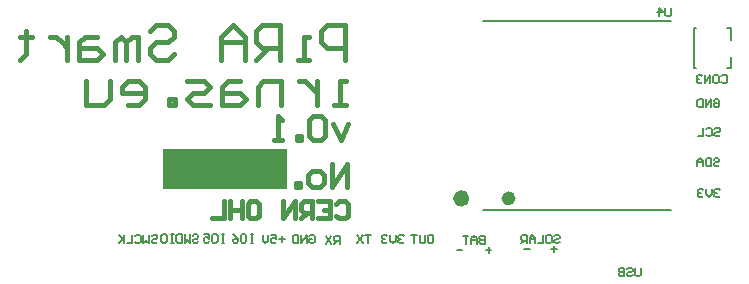
<source format=gbo>
G04 Layer_Color=32896*
%FSAX25Y25*%
%MOIN*%
G70*
G01*
G75*
%ADD46C,0.02756*%
%ADD51C,0.02362*%
%ADD65C,0.00787*%
%ADD67C,0.00591*%
%ADD112C,0.01575*%
%ADD113R,0.41339X0.13583*%
D46*
X0265711Y0139697D02*
G03*
X0265711Y0139697I-0001419J0000000D01*
G01*
D51*
X0281221D02*
G03*
X0281221Y0139697I-0001181J0000000D01*
G01*
D65*
X0354055Y0183004D02*
Y0186941D01*
X0352874Y0183004D02*
X0354055D01*
X0352874Y0196390D02*
X0354055D01*
Y0192453D02*
Y0196390D01*
X0341850Y0183004D02*
X0342638D01*
X0341850D02*
Y0196390D01*
X0342638D01*
X0271378Y0135760D02*
X0334370D01*
X0271378Y0198752D02*
X0334370Y0198752D01*
X0334173Y0203279D02*
Y0200983D01*
X0333714Y0200524D01*
X0332796D01*
X0332337Y0200983D01*
Y0203279D01*
X0330041Y0200524D02*
Y0203279D01*
X0331418Y0201901D01*
X0329581D01*
X0351037Y0180378D02*
X0351497Y0180838D01*
X0352415D01*
X0352874Y0180378D01*
Y0178542D01*
X0352415Y0178083D01*
X0351497D01*
X0351037Y0178542D01*
X0348742Y0180838D02*
X0349660D01*
X0350119Y0180378D01*
Y0178542D01*
X0349660Y0178083D01*
X0348742D01*
X0348282Y0178542D01*
Y0180378D01*
X0348742Y0180838D01*
X0347364Y0178083D02*
Y0180838D01*
X0345527Y0178083D01*
Y0180838D01*
X0344609Y0180378D02*
X0344150Y0180838D01*
X0343231D01*
X0342772Y0180378D01*
Y0179919D01*
X0343231Y0179460D01*
X0343691D01*
X0343231D01*
X0342772Y0179001D01*
Y0178542D01*
X0343231Y0178083D01*
X0344150D01*
X0344609Y0178542D01*
D67*
X0348478Y0172308D02*
X0348938Y0172767D01*
X0349856D01*
X0350315Y0172308D01*
Y0170471D01*
X0349856Y0170012D01*
X0348938D01*
X0348478Y0170471D01*
Y0171389D01*
X0349397D01*
X0347560Y0170012D02*
Y0172767D01*
X0345723Y0170012D01*
Y0172767D01*
X0344805D02*
Y0170012D01*
X0343427D01*
X0342968Y0170471D01*
Y0172308D01*
X0343427Y0172767D01*
X0344805D01*
X0348675Y0162662D02*
X0349134Y0163121D01*
X0350053D01*
X0350512Y0162662D01*
Y0162203D01*
X0350053Y0161744D01*
X0349134D01*
X0348675Y0161284D01*
Y0160825D01*
X0349134Y0160366D01*
X0350053D01*
X0350512Y0160825D01*
X0345920Y0162662D02*
X0346379Y0163121D01*
X0347298D01*
X0347757Y0162662D01*
Y0160825D01*
X0347298Y0160366D01*
X0346379D01*
X0345920Y0160825D01*
X0345002Y0163121D02*
Y0160366D01*
X0343165D01*
X0348478Y0152623D02*
X0348938Y0153082D01*
X0349856D01*
X0350315Y0152623D01*
Y0152163D01*
X0349856Y0151704D01*
X0348938D01*
X0348478Y0151245D01*
Y0150786D01*
X0348938Y0150327D01*
X0349856D01*
X0350315Y0150786D01*
X0347560Y0153082D02*
Y0150327D01*
X0346182D01*
X0345723Y0150786D01*
Y0152623D01*
X0346182Y0153082D01*
X0347560D01*
X0344805Y0150327D02*
Y0152163D01*
X0343887Y0153082D01*
X0342968Y0152163D01*
Y0150327D01*
Y0151704D01*
X0344805D01*
X0350512Y0142386D02*
X0350053Y0142846D01*
X0349134D01*
X0348675Y0142386D01*
Y0141927D01*
X0349134Y0141468D01*
X0349593D01*
X0349134D01*
X0348675Y0141009D01*
Y0140550D01*
X0349134Y0140091D01*
X0350053D01*
X0350512Y0140550D01*
X0347757Y0142846D02*
Y0141009D01*
X0346838Y0140091D01*
X0345920Y0141009D01*
Y0142846D01*
X0345002Y0142386D02*
X0344543Y0142846D01*
X0343624D01*
X0343165Y0142386D01*
Y0141927D01*
X0343624Y0141468D01*
X0344083D01*
X0343624D01*
X0343165Y0141009D01*
Y0140550D01*
X0343624Y0140091D01*
X0344543D01*
X0345002Y0140550D01*
X0324134Y0116468D02*
Y0114172D01*
X0323675Y0113713D01*
X0322756D01*
X0322297Y0114172D01*
Y0116468D01*
X0319542Y0116008D02*
X0320001Y0116468D01*
X0320920D01*
X0321379Y0116008D01*
Y0115549D01*
X0320920Y0115090D01*
X0320001D01*
X0319542Y0114631D01*
Y0114172D01*
X0320001Y0113713D01*
X0320920D01*
X0321379Y0114172D01*
X0318624Y0116468D02*
Y0113713D01*
X0317246D01*
X0316787Y0114172D01*
Y0114631D01*
X0317246Y0115090D01*
X0318624D01*
X0317246D01*
X0316787Y0115549D01*
Y0116008D01*
X0317246Y0116468D01*
X0318624D01*
X0295329Y0127032D02*
X0295788Y0127491D01*
X0296706D01*
X0297165Y0127032D01*
Y0126573D01*
X0296706Y0126114D01*
X0295788D01*
X0295329Y0125655D01*
Y0125195D01*
X0295788Y0124736D01*
X0296706D01*
X0297165Y0125195D01*
X0293033Y0127491D02*
X0293951D01*
X0294410Y0127032D01*
Y0125195D01*
X0293951Y0124736D01*
X0293033D01*
X0292574Y0125195D01*
Y0127032D01*
X0293033Y0127491D01*
X0291655D02*
Y0124736D01*
X0289819D01*
X0288900D02*
Y0126573D01*
X0287982Y0127491D01*
X0287064Y0126573D01*
Y0124736D01*
Y0126114D01*
X0288900D01*
X0286145Y0124736D02*
Y0127491D01*
X0284768D01*
X0284309Y0127032D01*
Y0126114D01*
X0284768Y0125655D01*
X0286145D01*
X0285227D02*
X0284309Y0124736D01*
X0272165Y0127294D02*
Y0124539D01*
X0270788D01*
X0270329Y0124999D01*
Y0125458D01*
X0270788Y0125917D01*
X0272165D01*
X0270788D01*
X0270329Y0126376D01*
Y0126835D01*
X0270788Y0127294D01*
X0272165D01*
X0269410Y0124539D02*
Y0126376D01*
X0268492Y0127294D01*
X0267574Y0126376D01*
Y0124539D01*
Y0125917D01*
X0269410D01*
X0266655Y0127294D02*
X0264819D01*
X0265737D01*
Y0124539D01*
X0287126Y0122767D02*
X0285289D01*
X0296181D02*
X0294344D01*
X0295263Y0123686D02*
Y0121849D01*
X0264685Y0122570D02*
X0262848D01*
X0274331D02*
X0272494D01*
X0273412Y0123489D02*
Y0121652D01*
X0253662Y0127491D02*
X0254580D01*
X0255039Y0127032D01*
Y0125195D01*
X0254580Y0124736D01*
X0253662D01*
X0253203Y0125195D01*
Y0127032D01*
X0253662Y0127491D01*
X0252284D02*
Y0125195D01*
X0251825Y0124736D01*
X0250907D01*
X0250448Y0125195D01*
Y0127491D01*
X0249529D02*
X0247693D01*
X0248611D01*
Y0124736D01*
X0245197Y0127032D02*
X0244738Y0127491D01*
X0243819D01*
X0243360Y0127032D01*
Y0126573D01*
X0243819Y0126114D01*
X0244279D01*
X0243819D01*
X0243360Y0125655D01*
Y0125195D01*
X0243819Y0124736D01*
X0244738D01*
X0245197Y0125195D01*
X0242442Y0127491D02*
Y0125655D01*
X0241524Y0124736D01*
X0240605Y0125655D01*
Y0127491D01*
X0239687Y0127032D02*
X0239228Y0127491D01*
X0238309D01*
X0237850Y0127032D01*
Y0126573D01*
X0238309Y0126114D01*
X0238769D01*
X0238309D01*
X0237850Y0125655D01*
Y0125195D01*
X0238309Y0124736D01*
X0239228D01*
X0239687Y0125195D01*
X0234173Y0127491D02*
X0232337D01*
X0233255D01*
Y0124736D01*
X0231418Y0127491D02*
X0229581Y0124736D01*
Y0127491D02*
X0231418Y0124736D01*
X0223740Y0124539D02*
Y0127294D01*
X0222363D01*
X0221903Y0126835D01*
Y0125917D01*
X0222363Y0125458D01*
X0223740D01*
X0222822D02*
X0221903Y0124539D01*
X0220985Y0127294D02*
X0219148Y0124539D01*
Y0127294D02*
X0220985Y0124539D01*
X0213636Y0127032D02*
X0214095Y0127491D01*
X0215013D01*
X0215472Y0127032D01*
Y0125195D01*
X0215013Y0124736D01*
X0214095D01*
X0213636Y0125195D01*
Y0126114D01*
X0214554D01*
X0212717Y0124736D02*
Y0127491D01*
X0210881Y0124736D01*
Y0127491D01*
X0209962D02*
Y0124736D01*
X0208585D01*
X0208126Y0125195D01*
Y0127032D01*
X0208585Y0127491D01*
X0209962D01*
X0205433Y0126114D02*
X0203596D01*
X0204515Y0127032D02*
Y0125195D01*
X0200841Y0127491D02*
X0202678D01*
Y0126114D01*
X0201760Y0126573D01*
X0201301D01*
X0200841Y0126114D01*
Y0125195D01*
X0201301Y0124736D01*
X0202219D01*
X0202678Y0125195D01*
X0199923Y0127491D02*
Y0125655D01*
X0199005Y0124736D01*
X0198086Y0125655D01*
Y0127491D01*
X0195000Y0127688D02*
X0194082D01*
X0194541D01*
Y0124933D01*
X0195000D01*
X0194082D01*
X0191327Y0127688D02*
X0192245D01*
X0192704Y0127229D01*
Y0125392D01*
X0192245Y0124933D01*
X0191327D01*
X0190867Y0125392D01*
Y0127229D01*
X0191327Y0127688D01*
X0188112D02*
X0189031Y0127229D01*
X0189949Y0126311D01*
Y0125392D01*
X0189490Y0124933D01*
X0188572D01*
X0188112Y0125392D01*
Y0125851D01*
X0188572Y0126311D01*
X0189949D01*
X0185354Y0127688D02*
X0184436D01*
X0184895D01*
Y0124933D01*
X0185354D01*
X0184436D01*
X0181681Y0127688D02*
X0182599D01*
X0183059Y0127229D01*
Y0125392D01*
X0182599Y0124933D01*
X0181681D01*
X0181222Y0125392D01*
Y0127229D01*
X0181681Y0127688D01*
X0178467D02*
X0180304D01*
Y0126311D01*
X0179385Y0126770D01*
X0178926D01*
X0178467Y0126311D01*
Y0125392D01*
X0178926Y0124933D01*
X0179844D01*
X0180304Y0125392D01*
X0174856Y0127229D02*
X0175315Y0127688D01*
X0176234D01*
X0176693Y0127229D01*
Y0126770D01*
X0176234Y0126311D01*
X0175315D01*
X0174856Y0125851D01*
Y0125392D01*
X0175315Y0124933D01*
X0176234D01*
X0176693Y0125392D01*
X0173938Y0127688D02*
Y0124933D01*
X0173020Y0125851D01*
X0172101Y0124933D01*
Y0127688D01*
X0171183D02*
Y0124933D01*
X0169805D01*
X0169346Y0125392D01*
Y0127229D01*
X0169805Y0127688D01*
X0171183D01*
X0168428D02*
X0167509D01*
X0167969D01*
Y0124933D01*
X0168428D01*
X0167509D01*
X0164754Y0127688D02*
X0165673D01*
X0166132Y0127229D01*
Y0125392D01*
X0165673Y0124933D01*
X0164754D01*
X0164295Y0125392D01*
Y0127229D01*
X0164754Y0127688D01*
X0161077Y0127032D02*
X0161536Y0127491D01*
X0162454D01*
X0162913Y0127032D01*
Y0126573D01*
X0162454Y0126114D01*
X0161536D01*
X0161077Y0125655D01*
Y0125195D01*
X0161536Y0124736D01*
X0162454D01*
X0162913Y0125195D01*
X0160158Y0127491D02*
Y0124736D01*
X0159240Y0125655D01*
X0158322Y0124736D01*
Y0127491D01*
X0155567Y0127032D02*
X0156026Y0127491D01*
X0156944D01*
X0157403Y0127032D01*
Y0125195D01*
X0156944Y0124736D01*
X0156026D01*
X0155567Y0125195D01*
X0154648Y0127491D02*
Y0124736D01*
X0152812D01*
X0151893Y0127491D02*
Y0124736D01*
Y0125655D01*
X0150057Y0127491D01*
X0151434Y0126114D01*
X0150057Y0124736D01*
D112*
X0222560Y0137924D02*
X0223544Y0138908D01*
X0225512D01*
X0226496Y0137924D01*
Y0133988D01*
X0225512Y0133004D01*
X0223544D01*
X0222560Y0133988D01*
X0216657Y0138908D02*
X0220592D01*
Y0133004D01*
X0216657D01*
X0220592Y0135956D02*
X0218625D01*
X0214689Y0133004D02*
Y0138908D01*
X0211737D01*
X0210753Y0137924D01*
Y0135956D01*
X0211737Y0134972D01*
X0214689D01*
X0212721D02*
X0210753Y0133004D01*
X0208785D02*
Y0138908D01*
X0204850Y0133004D01*
Y0138908D01*
X0194026D02*
X0195994D01*
X0196978Y0137924D01*
Y0133988D01*
X0195994Y0133004D01*
X0194026D01*
X0193042Y0133988D01*
Y0137924D01*
X0194026Y0138908D01*
X0191075D02*
Y0133004D01*
Y0135956D01*
X0187139D01*
Y0138908D01*
Y0133004D01*
X0185171Y0138908D02*
Y0133004D01*
X0181235D01*
X0225905Y0170799D02*
X0221970D01*
X0223938D01*
Y0178671D01*
X0225905D01*
X0216066D02*
Y0170799D01*
Y0174735D01*
X0214098Y0176703D01*
X0212130Y0178671D01*
X0210163D01*
X0204259Y0170799D02*
Y0178671D01*
X0198355D01*
X0196388Y0176703D01*
Y0170799D01*
X0190484Y0178671D02*
X0186548D01*
X0184580Y0176703D01*
Y0170799D01*
X0190484D01*
X0192452Y0172767D01*
X0190484Y0174735D01*
X0184580D01*
X0180645Y0170799D02*
X0174741D01*
X0172773Y0172767D01*
X0174741Y0174735D01*
X0178677D01*
X0180645Y0176703D01*
X0178677Y0178671D01*
X0172773D01*
X0168837Y0170799D02*
Y0172767D01*
X0166869D01*
Y0170799D01*
X0168837D01*
X0153094D02*
X0157030D01*
X0158998Y0172767D01*
Y0176703D01*
X0157030Y0178671D01*
X0153094D01*
X0151127Y0176703D01*
Y0174735D01*
X0158998D01*
X0147191Y0178671D02*
Y0172767D01*
X0145223Y0170799D01*
X0139319D01*
Y0178671D01*
X0226299Y0143437D02*
Y0151309D01*
X0221052Y0143437D01*
Y0151309D01*
X0217116Y0143437D02*
X0214492D01*
X0213180Y0144749D01*
Y0147373D01*
X0214492Y0148685D01*
X0217116D01*
X0218428Y0147373D01*
Y0144749D01*
X0217116Y0143437D01*
X0210556D02*
Y0144749D01*
X0209244D01*
Y0143437D01*
X0210556D01*
X0226693Y0164433D02*
X0224069Y0159185D01*
X0221445Y0164433D01*
X0218821Y0165745D02*
X0217510Y0167057D01*
X0214886D01*
X0213574Y0165745D01*
Y0160497D01*
X0214886Y0159185D01*
X0217510D01*
X0218821Y0160497D01*
Y0165745D01*
X0210950Y0159185D02*
Y0160497D01*
X0209638D01*
Y0159185D01*
X0210950D01*
X0204390D02*
X0201767D01*
X0203079D01*
Y0167057D01*
X0204390Y0165745D01*
X0225512Y0185760D02*
Y0197567D01*
X0219608D01*
X0217640Y0195599D01*
Y0191663D01*
X0219608Y0189696D01*
X0225512D01*
X0213705Y0185760D02*
X0209769D01*
X0211737D01*
Y0193631D01*
X0213705D01*
X0203865Y0185760D02*
Y0197567D01*
X0197962D01*
X0195994Y0195599D01*
Y0191663D01*
X0197962Y0189696D01*
X0203865D01*
X0199929D02*
X0195994Y0185760D01*
X0192058D02*
Y0193631D01*
X0188122Y0197567D01*
X0184187Y0193631D01*
Y0185760D01*
Y0191663D01*
X0192058D01*
X0160572Y0195599D02*
X0162540Y0197567D01*
X0166476D01*
X0168444Y0195599D01*
Y0193631D01*
X0166476Y0191663D01*
X0162540D01*
X0160572Y0189696D01*
Y0187728D01*
X0162540Y0185760D01*
X0166476D01*
X0168444Y0187728D01*
X0156637Y0185760D02*
Y0193631D01*
X0154669D01*
X0152701Y0191663D01*
Y0185760D01*
Y0191663D01*
X0150733Y0193631D01*
X0148765Y0191663D01*
Y0185760D01*
X0142861Y0193631D02*
X0138926D01*
X0136958Y0191663D01*
Y0185760D01*
X0142861D01*
X0144829Y0187728D01*
X0142861Y0189696D01*
X0136958D01*
X0133022Y0193631D02*
Y0185760D01*
Y0189696D01*
X0131054Y0191663D01*
X0129086Y0193631D01*
X0127119D01*
X0119247Y0195599D02*
Y0193631D01*
X0121215D01*
X0117279D01*
X0119247D01*
Y0187728D01*
X0117279Y0185760D01*
D113*
X0185551Y0149638D02*
D03*
M02*

</source>
